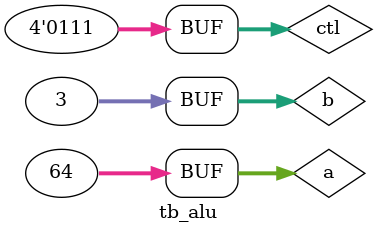
<source format=v>
`timescale 1ns / 1ps


module tb_alu;

    // Inputs
    reg [3:0] ctl;
    reg [31:0] a;
    reg [31:0] b;

    // Outputs
    wire [31:0] out;
    wire zero;

    // Instantiate the Unit Under Test (UUT)
    alu uut (
        .ctl(ctl), 
        .a(a), 
        .b(b), 
        .out(out), 
        .zero(zero)
    );

    initial begin
        // Initialize Inputs
        ctl = 0;
        a = 0;
        b = 0;
        // Wait 100 ns for global reset to finish
        #100;
        #10;
        // and
        ctl = 0;
        a = 32;
        b = 96;
        #10;
        // or
        ctl = 1;
        a = 32;
        b = 64;
        #10;
        // add
        ctl = 2;
        a = 32;
        b = 64;
        #10;
        // sub
        ctl = 6;
        a = 64;
        b = 32;
        #10;
        // slt
        ctl = 7;
        a = 64;
        b = 3;

    end
      
endmodule


</source>
